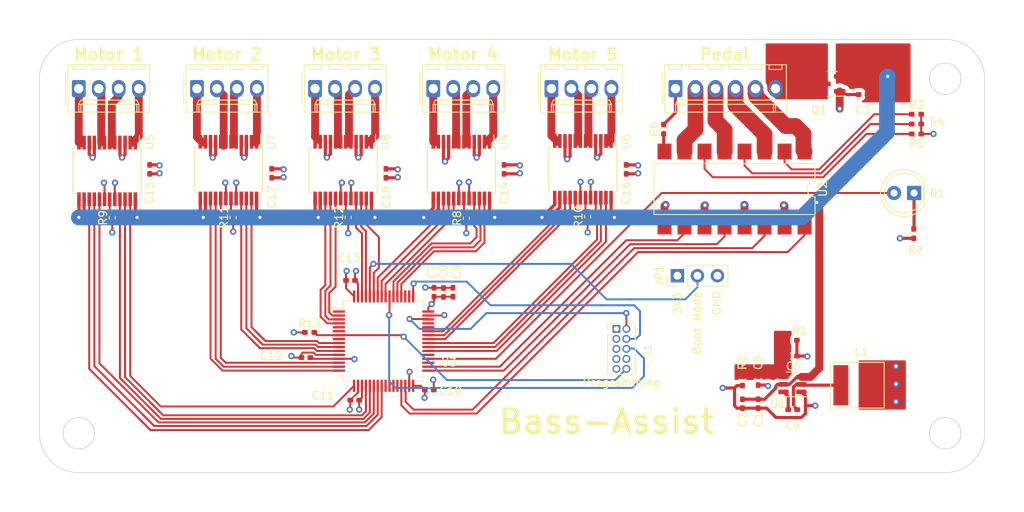
<source format=kicad_pcb>
(kicad_pcb (version 20210108) (generator pcbnew)
  (layers (0 "F.Cu" signal) (1 "In1.Cu" power "GND") (2 "In2.Cu" power "12V") (31 "B.Cu" signal) (35 "F.Paste" user) (37 "F.SilkS" user "F.Silkscreen") (39 "F.Mask" user) (44 "Edge.Cuts" user))
  (net 0 "")
  (net 1 "Net-(D1-Pad2)")
  (net 2 "+12V")
  (net 3 "GND")
  (net 4 "V_MOTOR")
  (net 5 "Net-(C4-Pad2)")
  (net 6 "Net-(C4-Pad1)")
  (net 7 "Net-(C5-Pad2)")
  (net 8 "+3V3")
  (net 9 "NRST")
  (net 10 "Net-(D1-Pad1)")
  (net 11 "Net-(J2-Pad2)")
  (net 12 "Net-(J2-Pad3)")
  (net 13 "Net-(J2-Pad4)")
  (net 14 "Net-(J2-Pad5)")
  (net 15 "PEDAL1")
  (net 16 "Net-(J3-Pad1)")
  (net 18 "PEDAL2")
  (net 19 "Net-(U5-Pad1)")
  (net 20 "Net-(U5-Pad5)")
  (net 21 "Net-(U5-Pad11)")
  (net 22 "Net-(J3-Pad2)")
  (net 23 "PEDAL3")
  (net 24 "PEDAL4")
  (net 27 "Net-(J3-Pad3)")
  (net 28 "Net-(J3-Pad4)")
  (net 29 "Net-(J6-Pad2)")
  (net 30 "Net-(J5-Pad1)")
  (net 31 "Net-(J5-Pad2)")
  (net 32 "Net-(J5-Pad3)")
  (net 33 "Net-(J7-Pad2)")
  (net 34 "Net-(J5-Pad4)")
  (net 35 "Net-(R3-Pad1)")
  (net 36 "Net-(R4-Pad1)")
  (net 37 "Net-(R5-Pad1)")
  (net 38 "Net-(R6-Pad1)")
  (net 39 "Net-(R8-Pad2)")
  (net 40 "Net-(R9-Pad2)")
  (net 41 "Net-(R10-Pad2)")
  (net 42 "Net-(R11-Pad2)")
  (net 43 "Net-(R12-Pad2)")
  (net 44 "Net-(J6-Pad1)")
  (net 46 "Net-(J6-Pad3)")
  (net 47 "Net-(J6-Pad4)")
  (net 48 "Net-(J7-Pad1)")
  (net 49 "M4_B1")
  (net 50 "M4_A2")
  (net 51 "M4_A1")
  (net 52 "M4_PWM_B")
  (net 53 "M4_PWM_A")
  (net 54 "SWO")
  (net 55 "M2_B2")
  (net 56 "M2_B1")
  (net 57 "M2_A2")
  (net 58 "SWCLK")
  (net 59 "SWDIO")
  (net 60 "USB_D+")
  (net 61 "USB_D-")
  (net 62 "Net-(U5-Pad7)")
  (net 63 "Net-(J7-Pad3)")
  (net 64 "M2_A1")
  (net 65 "M2_PWM_B")
  (net 66 "M2_PWM_A")
  (net 67 "M1_B2")
  (net 69 "Net-(J7-Pad4)")
  (net 70 "BOOT0")
  (net 71 "M4_B2")
  (net 75 "M1_B1")
  (net 76 "M1_A2")
  (net 77 "M3_B2")
  (net 78 "M3_B1")
  (net 79 "M3_A2")
  (net 80 "M3_A1")
  (net 81 "M3_PWM_B")
  (net 82 "M3_PWM_A")
  (net 83 "M1_A1")
  (net 84 "M1_PWM_B")
  (net 85 "M1_PWM_A")
  (net 87 "M5_PWM_A")
  (net 88 "M5_A2")
  (net 89 "M5_A1")
  (net 90 "M5_B1")
  (net 91 "M5_B2")
  (net 92 "M5_PWM_B")
  (footprint "Capacitor_SMD:C_0402_1005Metric_Pad0.74x0.62mm_HandSolder" (layer "F.Cu") (at 101.3 67.1325 90)
    (fp_text reference "C8")
    (fp_text value "1uF")
  )
  (footprint "Package_TO_SOT_SMD:SOT-23" (layer "F.Cu") (at 150.6625 40.65 180)
    (fp_text reference "Q1")
    (fp_text value "AO3401A")
  )
  (footprint "Resistor_SMD:R_0402_1005Metric_Pad0.72x0.64mm_HandSolder" (layer "F.Cu") (at 89.2 57.6025 90)
    (fp_text reference "R12")
    (fp_text value "10k")
  )
  (footprint "Resistor_SMD:R_0402_1005Metric_Pad0.72x0.64mm_HandSolder" (layer "F.Cu") (at 129.25 46.4025 90)
    (fp_text reference "R6")
    (fp_text value "2k")
  )
  (footprint "Capacitor_SMD:C_0402_1005Metric_Pad0.74x0.62mm_HandSolder" (layer "F.Cu") (at 141.25 81.25 -90)
    (fp_text reference "C1")
    (fp_text value "10uF")
  )
  (footprint "Capacitor_SMD:C_0402_1005Metric_Pad0.74x0.62mm_HandSolder" (layer "F.Cu") (at 99.5 79.5)
    (fp_text reference "C10")
    (fp_text value "0.1uF")
  )
  (footprint "Capacitor_SMD:C_0402_1005Metric_Pad0.74x0.62mm_HandSolder" (layer "F.Cu") (at 139.25 81.25 -90)
    (fp_text reference "C2")
    (fp_text value "0.1uF")
  )
  (footprint "Resistor_SMD:R_0402_1005Metric_Pad0.72x0.64mm_HandSolder" (layer "F.Cu") (at 84.3 72.2)
    (fp_text reference "R13")
    (fp_text value "10k")
  )
  (footprint "Capacitor_SMD:C_0402_1005Metric_Pad0.74x0.62mm_HandSolder" (layer "F.Cu") (at 145.6 75.2 180)
    (fp_text reference "C6")
    (fp_text value "22uF")
  )
  (footprint "Resistor_SMD:R_0402_1005Metric_Pad0.72x0.64mm_HandSolder" (layer "F.Cu") (at 161.3475 47)
    (fp_text reference "R5")
    (fp_text value "2k")
  )
  (footprint "Package_DIP:SMDIP-16_W9.53mm" (layer "F.Cu") (at 138.25 54 -90)
    (fp_text reference "U2")
    (fp_text value "LTV-847S")
  )
  (footprint "Resistor_SMD:R_0402_1005Metric_Pad0.72x0.64mm_HandSolder" (layer "F.Cu") (at 161 59.6525 90)
    (fp_text reference "R7")
    (fp_text value "1k")
  )
  (footprint "Resistor_SMD:R_0402_1005Metric_Pad0.72x0.64mm_HandSolder" (layer "F.Cu") (at 59.25 57.6525 90)
    (fp_text reference "R9")
    (fp_text value "10k")
  )
  (footprint "Capacitor_SMD:C_0402_1005Metric_Pad0.74x0.62mm_HandSolder" (layer "F.Cu") (at 100.1 67.1 90)
    (fp_text reference "C7")
    (fp_text value "0.1uF")
  )
  (footprint "Connector_Molex:Molex_KK-254_AE-6410-04A_1x04_P2.54mm_Vertical" (layer "F.Cu") (at 70 41.25)
    (fp_text reference "J6" hide)
    (fp_text value "Motor2")
  )
  (footprint "Package_SO:SSOP-24_5.3x8.2mm_P0.65mm" (layer "F.Cu") (at 103.575 51.6 -90)
    (fp_text reference "U4")
    (fp_text value "TB6612FNG")
  )
  (footprint "Capacitor_SMD:C_0402_1005Metric_Pad0.74x0.62mm_HandSolder" (layer "F.Cu") (at 94 52 90)
    (fp_text reference "C18")
    (fp_text value "10uF")
  )
  (footprint "Connector_Molex:Molex_KK-254_AE-6410-04A_1x04_P2.54mm_Vertical" (layer "F.Cu") (at 55 41.25)
    (fp_text reference "J4" hide)
    (fp_text value "Motor1")
  )
  (footprint "Capacitor_SMD:C_0402_1005Metric_Pad0.74x0.62mm_HandSolder" (layer "F.Cu") (at 89.5 65.6)
    (fp_text reference "C13")
    (fp_text value "0.1uF")
  )
  (footprint "Resistor_SMD:R_0402_1005Metric_Pad0.72x0.64mm_HandSolder" (layer "F.Cu") (at 74.6 57.6025 90)
    (fp_text reference "R11")
    (fp_text value "10k")
  )
  (footprint "Resistor_SMD:R_0402_1005Metric_Pad0.72x0.64mm_HandSolder" (layer "F.Cu") (at 119.6 57.5025 90)
    (fp_text reference "R10")
    (fp_text value "10k")
  )
  (footprint "Capacitor_SMD:C_0402_1005Metric_Pad0.74x0.62mm_HandSolder" (layer "F.Cu") (at 79.5 52 90)
    (fp_text reference "C17")
    (fp_text value "10uF")
  )
  (footprint "Connector_Molex:Molex_KK-254_AE-6410-04A_1x04_P2.54mm_Vertical" (layer "F.Cu") (at 115 41.25)
    (fp_text reference "J5" hide)
    (fp_text value "Motor5")
  )
  (footprint "Capacitor_SMD:C_0402_1005Metric_Pad0.74x0.62mm_HandSolder" (layer "F.Cu") (at 154.5675 42 180)
    (fp_text reference "C3")
    (fp_text value "10uF")
  )
  (footprint "Package_SO:SSOP-24_5.3x8.2mm_P0.65mm" (layer "F.Cu") (at 74 51.6 -90)
    (fp_text reference "U7")
    (fp_text value "TB6612FNG")
  )
  (footprint "Capacitor_SMD:C_0402_1005Metric_Pad0.74x0.62mm_HandSolder" (layer "F.Cu") (at 141.25 78.3175 90)
    (fp_text reference "C5")
    (fp_text value "22pF")
  )
  (footprint "Package_TO_SOT_SMD:SOT-23-6" (layer "F.Cu") (at 145.6 78.8 180)
    (fp_text reference "U1")
    (fp_text value "TPS562200")
  )
  (footprint "Capacitor_SMD:C_0402_1005Metric_Pad0.74x0.62mm_HandSolder" (layer "F.Cu") (at 145.6325 82 180)
    (fp_text reference "C4")
    (fp_text value "0.1uF")
  )
  (footprint "Package_SO:SSOP-24_5.3x8.2mm_P0.65mm" (layer "F.Cu") (at 88.575 51.6 -90)
    (fp_text reference "U8")
    (fp_text value "TB6612FNG")
  )
  (footprint "Resistor_SMD:R_0402_1005Metric_Pad0.72x0.64mm_HandSolder" (layer "F.Cu") (at 104.2 57.7025 90)
    (fp_text reference "R8")
    (fp_text value "10k")
  )
  (footprint "Connector_PinHeader_1.27mm:PinHeader_2x05_P1.27mm_Vertical" (layer "F.Cu") (at 123.25 71.75)
    (fp_text reference "J1")
    (fp_text value "Programming")
  )
  (footprint "Capacitor_SMD:C_0402_1005Metric_Pad0.74x0.62mm_HandSolder" (layer "F.Cu") (at 109 51.5 90)
    (fp_text reference "C14")
    (fp_text value "10uF")
  )
  (footprint "Connector_Molex:Molex_KK-254_AE-6410-04A_1x04_P2.54mm_Vertical" (layer "F.Cu") (at 100 41.25)
    (fp_text reference "J3" hide)
    (fp_text value "Motor4")
  )
  (footprint "Capacitor_SMD:C_0402_1005Metric_Pad0.74x0.62mm_HandSolder" (layer "F.Cu") (at 90.0325 80.8 180)
    (fp_text reference "C11")
    (fp_text value "0.1uF")
  )
  (footprint "Package_SO:SSOP-24_5.3x8.2mm_P0.65mm" (layer "F.Cu") (at 58.6 51.7 -90)
    (fp_text reference "U5")
    (fp_text value "TB6612FNG")
  )
  (footprint "Connector_Molex:Molex_KK-254_AE-6410-06A_1x06_P2.54mm_Vertical" (layer "F.Cu") (at 130.75 41.25)
    (fp_text reference "J2" hide)
    (fp_text value "FP")
  )
  (footprint "Package_SO:SSOP-24_5.3x8.2mm_P0.65mm" (layer "F.Cu") (at 119 51.5 -90)
    (fp_text reference "U6")
    (fp_text value "TB6612FNG")
  )
  (footprint "Resistor_SMD:R_0402_1005Metric_Pad0.72x0.64mm_HandSolder" (layer "F.Cu") (at 145.57 73.2 180)
    (fp_text reference "R1")
    (fp_text value "30.9k")
  )
  (footprint "Resistor_SMD:R_0402_1005Metric_Pad0.72x0.64mm_HandSolder" (layer "F.Cu") (at 161.3475 45.75)
    (fp_text reference "R4")
    (fp_text value "2k")
  )
  (footprint "Connector_Molex:Molex_KK-254_AE-6410-04A_1x04_P2.54mm_Vertical" (layer "F.Cu") (at 85 41.25)
    (fp_text reference "J7" hide)
    (fp_text value "Motor3")
  )
  (footprint "Connector_PinHeader_2.54mm:PinHeader_1x03_P2.54mm_Vertical" (layer "F.Cu") (at 131 65 90)
    (fp_text reference "JP1")
    (fp_text value "Boot Mode")
  )
  (footprint "Resistor_SMD:R_0402_1005Metric_Pad0.72x0.64mm_HandSolder" (layer "F.Cu") (at 161.3475 44.5)
    (fp_text reference "R3")
    (fp_text value "2k")
  )
  (footprint "Capacitor_SMD:C_0402_1005Metric_Pad0.74x0.62mm_HandSolder" (layer "F.Cu") (at 102.5 67.1 90)
    (fp_text reference "C9")
    (fp_text value "4.7uF")
  )
  (footprint "Footprints:VLS6045AF" (layer "F.Cu") (at 151.75 78.9)
    (fp_text reference "L1")
    (fp_text value "3.3uH")
  )
  (footprint "Package_QFP:LQFP-64_10x10mm_P0.5mm" (layer "F.Cu") (at 93.7 73.3)
    (fp_text reference "U3")
    (fp_text value "STM32F103R4Tx")
  )
  (footprint "Capacitor_SMD:C_0402_1005Metric_Pad0.74x0.62mm_HandSolder" (layer "F.Cu") (at 83.8325 75.4 180)
    (fp_text reference "C12")
    (fp_text value "0.1uF")
  )
  (footprint "LED_THT:LED_D5.0mm" (layer "F.Cu") (at 161.04 54.5 180)
    (fp_text reference "D1")
    (fp_text value "FP Indicator")
  )
  (footprint "Capacitor_SMD:C_0402_1005Metric_Pad0.74x0.62mm_HandSolder" (layer "F.Cu") (at 64 51.5 90)
    (fp_text reference "C15")
    (fp_text value "10uF")
  )
  (footprint "Capacitor_SMD:C_0402_1005Metric_Pad0.74x0.62mm_HandSolder" (layer "F.Cu") (at 124.5 51.5 90)
    (fp_text reference "C16")
    (fp_text value "10uF")
  )
  (footprint "Resistor_SMD:R_0402_1005Metric_Pad0.72x0.64mm_HandSolder" (layer "F.Cu") (at 139.25 78.3475 -90)
    (fp_text reference "R2")
    (fp_text value "10k")
  )
  (gr_arc (start 165 40) (end 165 35) (angle 90) (layer "Edge.Cuts") (width 0.1))
  (gr_arc (start 165 85) (end 170 85) (angle 90) (layer "Edge.Cuts") (width 0.1))
  (gr_circle (center 165 85) (end 167 85) (layer "Edge.Cuts") (width 0.1) (fill none))
  (gr_line (start 165 90) (end 55 90) (layer "Edge.Cuts") (width 0.1))
  (gr_arc (start 55 40) (end 50 40) (angle 90) (layer "Edge.Cuts") (width 0.1))
  (gr_circle (center 165 40) (end 167 40) (layer "Edge.Cuts") (width 0.1) (fill none))
  (gr_line (start 55 35) (end 165 35) (layer "Edge.Cuts") (width 0.1))
  (gr_line (start 170 40) (end 170 85) (layer "Edge.Cuts") (width 0.1))
  (gr_line (start 50 85) (end 50 40) (layer "Edge.Cuts") (width 0.1))
  (gr_circle (center 55 85) (end 57 85) (layer "Edge.Cuts") (width 0.1) (fill none))
  (gr_arc (start 55 85) (end 55 90) (angle 90) (layer "Edge.Cuts") (width 0.1))
  (gr_text "Pedal" (at 137 36.9) (layer "F.SilkS") (effects (font (size 1.5 1.5) (thickness 0.3))))
  (gr_text "Motor 2" (at 73.8 36.9) (layer "F.SilkS") (effects (font (size 1.5 1.5) (thickness 0.3))))
  (gr_text "Motor 1" (at 58.8 36.9) (layer "F.SilkS") (effects (font (size 1.5 1.5) (thickness 0.3))))
  (gr_text "3V3" (at 131 68.5 90) (layer "F.SilkS") (effects (font (size 1 1))))
  (gr_text "GND" (at 136 68.5 90) (layer "F.SilkS") (effects (font (size 1 1))))
  (gr_text "Motor 3" (at 88.9 36.9) (layer "F.SilkS") (effects (font (size 1.5 1.5) (thickness 0.3))))
  (gr_text "Motor 4" (at 103.8 36.9) (layer "F.SilkS") (effects (font (size 1.5 1.5) (thickness 0.3))))
  (gr_text "Bass-Assist" (at 122 83.5) (layer "F.SilkS") (effects (font (size 3 3) (thickness 0.5))))
  (gr_text "Motor 5" (at 119 36.9) (layer "F.SilkS") (effects (font (size 1.5 1.5) (thickness 0.3))))
  (segment (start 129 54.5) (end 158.5 54.5) (width 0.25) (layer "F.Cu") (net 1))
  (segment (start 107.95 75.55) (end 129 54.5) (width 0.25) (layer "F.Cu") (net 1))
  (segment (start 99.375 75.55) (end 107.95 75.55) (width 0.25) (layer "F.Cu") (net 1))
  (segment (start 143.6 40.65) (end 143.45 40.5) (width 2) (layer "F.Cu") (net 2))
  (segment (start 72.375 49.625) (end 72 50) (width 0.4) (layer "F.Cu") (net 3))
  (segment (start 138.5675 81.8175) (end 139.25 81.8175) (width 0.4) (layer "F.Cu") (net 3))
  (segment (start 82.2 75.4) (end 82 75.2) (width 0.25) (layer "F.Cu") (net 3))
  (segment (start 161.945 44.5) (end 161.945 47) (width 0.25) (layer "F.Cu") (net 3))
  (segment (start 71.725 48) (end 71.725 49.725) (width 0.4) (layer "F.Cu") (net 3))
  (segment (start 90.2 48) (end 90.2 49.7) (width 0.4) (layer "F.Cu") (net 3))
  (segment (start 138.555 78.945) (end 138.25 79.25) (width 0.4) (layer "F.Cu") (net 3))
  (segment (start 88.25 55.2) (end 88.25 53.35) (width 0.25) (layer "F.Cu") (net 3))
  (segment (start 99.0325 66.5325) (end 99 66.5) (width 0.25) (layer "F.Cu") (net 3))
  (segment (start 56.325 49.575) (end 56.75 50) (width 0.4) (layer "F.Cu") (net 3))
  (segment (start 86.95 49.55) (end 86.5 50) (width 0.4) (layer "F.Cu") (net 3))
  (segment (start 154 42) (end 152 42) (width 0.4) (layer "F.Cu") (net 3))
  (segment (start 90.85 49.65) (end 90.5 50) (width 0.4) (layer "F.Cu") (net 3))
  (segment (start 124.5 50.9325) (end 125.9325 50.9325) (width 0.4) (layer "F.Cu") (net 3))
  (segment (start 118.675 55.1) (end 118.675 53.125) (width 0.25) (layer "F.Cu") (net 3))
  (segment (start 83.265 75.4) (end 82.2 75.4) (width 0.25) (layer "F.Cu") (net 3))
  (segment (start 143.5 83) (end 146.75 83) (width 0.4) (layer "F.Cu") (net 3))
  (segment (start 118.675 53.125) (end 118.7 53.1) (width 0.25) (layer "F.Cu") (net 3))
  (segment (start 88.025 75.05) (end 85.096352 75.05) (width 0.25) (layer "F.Cu") (net 3))
  (segment (start 100.0675 79.5) (end 100.0675 78.2675) (width 0.25) (layer "F.Cu") (net 3))
  (segment (start 101.3 48) (end 101.3 50.3) (width 0.4) (layer "F.Cu") (net 3))
  (segment (start 76.275 48) (end 76.275 49.725) (width 0.4) (layer "F.Cu") (net 3))
  (segment (start 151.6 41.6) (end 151.6 43.8) (width 1) (layer "F.Cu") (net 3))
  (segment (start 147.25 80.2625) (end 146.7375 79.75) (width 0.4) (layer "F.Cu") (net 3))
  (segment (start 110.9325 50.9325) (end 111 51) (width 0.4) (layer "F.Cu") (net 3))
  (segment (start 60.225 49.725) (end 60.5 50) (width 0.4) (layer "F.Cu") (net 3))
  (segment (start 161.945 47) (end 163.5 47) (width 0.25) (layer "F.Cu") (net 3))
  (segment (start 116.725 49.925) (end 117 50.2) (width 0.4) (layer "F.Cu") (net 3))
  (segment (start 72.375 48) (end 72.375 49.625) (width 0.4) (layer "F.Cu") (net 3))
  (segment (start 121.275 49.525) (end 120.8 50) (width 0.4) (layer "F.Cu") (net 3))
  (segment (start 120.625 49.825) (end 120.8 50) (width 0.4) (layer "F.Cu") (net 3))
  (segment (start 56.975 49.775) (end 56.75 50) (width 0.4) (layer "F.Cu") (net 3))
  (segment (start 65.1825 50.9325) (end 65.25 51) (width 0.4) (layer "F.Cu") (net 3))
  (segment (start 138.25 79.25) (end 136.75 79.25) (width 0.4) (layer "F.Cu") (net 3))
  (segment (start 147.25 82.5) (end 147.25 81.5) (width 0.4) (layer "F.Cu") (net 3))
  (segment (start 89.465 80.8) (end 89.465 81.935) (width 0.25) (layer "F.Cu") (net 3))
  (segment (start 56.975 48.1) (end 56.975 49.775) (width 0.4) (layer "F.Cu") (net 3))
  (segment (start 121.275 47.9) (end 121.275 49.525) (width 0.4) (layer "F.Cu") (net 3))
  (segment (start 90.0675 64.5325) (end 90.2 64.4) (width 0.25) (layer "F.Cu") (net 3))
  (segment (start 60.225 48.1) (end 60.225 49.725) (width 0.4) (layer "F.Cu") (net 3))
  (segment (start 76.275 49.725) (end 76 50) (width 0.4) (layer "F.Cu") (net 3))
  (segment (start 85.096352 75.05) (end 84.811332 74.76498) (width 0.25) (layer "F.Cu") (net 3))
  (segment (start 152 42) (end 151.6 41.6) (width 0.4) (layer "F.Cu") (net 3))
  (segment (start 90.2 49.7) (end 90.5 50) (width 0.4) (layer "F.Cu") (net 3))
  (segment (start 79.5 51.4325) (end 80.9325 51.4325) (width 0.4) (layer "F.Cu") (net 3))
  (segment (start 101.95 48) (end 101.95 50.05) (width 0.4) (layer "F.Cu") (net 3))
  (segment (start 90.45 78.975) (end 90.45 79.815) (width 0.25) (layer "F.Cu") (net 3))
  (segment (start 129.36 56.14) (end 129.5 56) (width 1) (layer "F.Cu") (net 3))
  (segment (start 142.3175 81.8175) (end 143.5 83) (width 0.4) (layer "F.Cu") (net 3))
  (segment (start 105.85 48) (end 105.85 49.65) (width 0.4) (layer "F.Cu") (net 3))
  (segment (start 86.95 48) (end 86.95 49.55) (width 0.4) (layer "F.Cu") (net 3))
  (segment (start 90.45 79.815) (end 89.465 80.8) (width 0.25) (layer "F.Cu") (net 3))
  (segment (start 96.95 78.975) (end 96.95 77.25) (width 0.25) (layer "F.Cu") (net 3))
  (segment (start 60.875 48.1) (end 60.875 49.625) (width 0.4) (layer "F.Cu") (net 3))
  (segment (start 129.36 58.765) (end 129.36 56.14) (width 1) (layer "F.Cu") (net 3))
  (segment (start 95.4325 51.4325) (end 95.5 51.5) (width 0.4) (layer "F.Cu") (net 3))
  (segment (start 56.325 48.1) (end 56.325 49.575) (width 0.4) (layer "F.Cu") (net 3))
  (segment (start 100.0675 78.2675) (end 100 78.2) (width 0.25) (layer "F.Cu") (net 3))
  (segment (start 75.625 48) (end 75.625 49.625) (width 0.4) (layer "F.Cu") (net 3))
  (segment (start 105.2 48) (end 105.2 49.7) (width 0.4) (layer "F.Cu") (net 3))
  (segment (start 80.9325 51.4325) (end 81 51.5) (width 0.4) (layer "F.Cu") (net 3))
  (segment (start 90.0675 65.6) (end 90.0675 64.5325) (width 0.25) (layer "F.Cu") (net 3))
  (segment (start 139.52 58.765) (end 139.52 56.02) (width 1) (layer "F.Cu") (net 3))
  (segment (start 60.875 49.625) (end 60.5 50) (width 0.4) (layer "F.Cu") (net 3))
  (segment (start 90.0675 65.6) (end 90.45 65.9825) (width 0.25) (layer "F.Cu") (net 3))
  (segment (start 125.9325 50.9325) (end 126 51) (width 0.4) (layer "F.Cu") (net 3))
  (segment (start 139.25 81.8175) (end 141.25 81.8175) (width 0.4) (layer "F.Cu") (net 3))
  (segment (start 101.95 50.05) (end 101.5 50.5) (width 0.4) (layer "F.Cu") (net 3))
  (segment (start 161 60.25) (end 159.25 60.25) (width 0.4) (layer "F.Cu") (net 3))
  (segment (start 101.35 70.05) (end 101.4 70) (width 0.25) (layer "F.Cu") (net 3))
  (segment (start 83.43502 74.76498) (end 83.265 74.935) (width 0.25) (layer "F.Cu") (net 3))
  (segment (start 84.811332 74.76498) (end 83.43502 74.76498) (width 0.25) (layer "F.Cu") (net 3))
  (segment (start 146.75 83) (end 147.25 82.5) (width 0.4) (layer "F.Cu") (net 3))
  (segment (start 90.85 48) (end 90.85 49.65) (width 0.4) (layer "F.Cu") (net 3))
  (segment (start 117.375 49.825) (end 117 50.2) (width 0.4) (layer "F.Cu") (net 3))
  (segment (start 58.275 53.275) (end 58.2 53.2) (width 0.25) (layer "F.Cu") (net 3))
  (segment (start 99.375 70.05) (end 101.35 70.05) (width 0.25) (layer "F.Cu") (net 3))
  (segment (start 64 50.9325) (end 65.1825 50.9325) (width 0.4) (layer "F.Cu") (net 3))
  (segment (start 103.25 53.25) (end 103.3 53.2) (width 0.25) (layer "F.Cu") (net 3))
  (segment (start 147.25 81.5) (end 147.25 80.2625) (width 0.4) (layer "F.Cu") (net 3))
  (segment (start 103.25 55.2) (end 103.25 53.25) (width 0.25) (layer "F.Cu") (net 3))
  (segment (start 105.2 49.7) (end 105.5 50) (width 0.4) (layer "F.Cu") (net 3))
  (segment (start 144.6 58.765) (end 144.6 56.15) (width 1) (layer "F.Cu") (net 3))
  (segment (start 109 50.9325) (end 110.9325 50.9325) (width 0.4) (layer "F.Cu") (net 3))
  (segment (start 102.5 66.5325) (end 100.1 66.5325) (width 0.25) (layer "F.Cu") (net 3))
  (segment (start 90.45 65.9825) (end 90.45 67.625) (width 0.25) (layer "F.Cu") (net 3))
  (segment (start 120.625 47.9) (end 120.625 49.825) (width 0.4) (layer "F.Cu") (net 3))
  (segment (start 73.675 55.2) (end 73.675 53.275) (width 0.25) (layer "F.Cu") (net 3))
  (segment (start 86.3 49.8) (end 86.5 50) (width 0.4) (layer "F.Cu") (net 3))
  (segment (start 139.52 56.02) (end 139.5 56) (width 1) (layer "F.Cu") (net 3))
  (segment (start 94 51.4325) (end 95.4325 51.4325) (width 0.4) (layer "F.Cu") (net 3))
  (segment (start 130.75 44.305) (end 129.25 45.805) (width 0.4) (layer "F.Cu") (net 3))
  (segment (start 139.25 78.945) (end 138.555 78.945) (width 0.4) (layer "F.Cu") (net 3))
  (segment (start 134.44 58.765) (end 134.44 58.24498) (width 1) (layer "F.Cu") (net 3))
  (segment (start 138.25 79.25) (end 138.25 81.5) (width 0.4) (layer "F.Cu") (net 3))
  (segment (start 73.675 53.275) (end 73.6 53.2) (width 0.25) (layer "F.Cu") (net 3))
  (segment (start 96.95 77.25) (end 97 77.2) (width 0.25) (layer "F.Cu") (net 3))
  (segment (start 144.6 56.15) (end 144.5 56.05) (width 1) (layer "F.Cu") (net 3))
  (segment (start 88.25 53.35) (end 88.4 53.2) (width 0.25) (layer "F.Cu") (net 3))
  (segment (start 100.1 66.5325) (end 99.0325 66.5325) (width 0.25) (layer "F.Cu") (net 3))
  (segment (start 116.725 47.9) (end 116.725 49.925) (width 0.4) (layer "F.Cu") (net 3))
  (segment (start 134.44 58.765) (end 134.44 56.11) (width 1) (layer "F.Cu") (net 3))
  (segment (start 89.465 81.935) (end 89.4 82) (width 0.25) (layer "F.Cu") (net 3))
  (segment (start 86.3 48) (end 86.3 49.8) (width 0.4) (layer "F.Cu") (net 3))
  (segment (start 101.3 50.3) (end 101.5 50.5) (width 0.4) (layer "F.Cu") (net 3))
  (segment (start 147.25 81.5) (end 148.5 81.5) (width 0.4) (layer "F.Cu") (net 3))
  (segment (start 130.75 41.25) (end 130.75 44.305) (width 0.4) (layer "F.Cu") (net 3))
  (segment (start 105.85 49.65) (end 105.5 50) (width 0.4) (layer "F.Cu") (net 3))
  (segment (start 71.725 49.725) (end 72 50) (width 0.4) (layer "F.Cu") (net 3))
  (segment (start 141.25 81.8175) (end 142.3175 81.8175) (width 0.4) (layer "F.Cu") (net 3))
  (segment (start 138.25 81.5) (end 138.5675 81.8175) (width 0.4) (layer "F.Cu") (net 3))
  (segment (start 83.265 74.935) (end 83.265 75.4) (width 0.25) (layer "F.Cu") (net 3))
  (segment (start 75.625 49.625) (end 76 50) (width 0.4) (layer "F.Cu") (net 3))
  (segment (start 117.375 47.9) (end 117.375 49.825) (width 0.4) (layer "F.Cu") (net 3))
  (segment (start 58.275 55.3) (end 58.275 53.275) (width 0.25) (layer "F.Cu") (net 3))
  (segment (start 134.44 56.11) (end 134.5 56.05) (width 1) (layer "F.Cu") (net 3))
  (via (at 76 50) (size 0.8) (drill 0.4) (layers "F.Cu" "B.Cu") (net 3))
  (via (at 136.75 79.25) (size 0.8) (drill 0.4) (layers "F.Cu" "B.Cu") (net 3))
  (via (at 90.2 64.4) (size 0.8) (drill 0.4) (layers "F.Cu" "B.Cu") (net 3))
  (via (at 95.5 51.5) (size 0.8) (drill 0.4) (layers "F.Cu" "B.Cu") (net 3))
  (via (at 129.5 56) (size 0.8) (drill 0.4) (layers "F.Cu" "B.Cu") (net 3))
  (via (at 151.6 43.8) (size 0.8) (drill 0.4) (layers "F.Cu" "B.Cu") (net 3))
  (via (at 86.5 50) (size 0.8) (drill 0.4) (layers "F.Cu" "B.Cu") (net 3))
  (via (at 118.7 53.1) (size 0.8) (drill 0.4) (layers "F.Cu" "B.Cu") (net 3))
  (via (at 105.5 50) (size 0.8) (drill 0.4) (layers "F.Cu" "B.Cu") (net 3))
  (via (at 159.25 60.25) (size 0.8) (drill 0.4) (layers "F.Cu" "B.Cu") (net 3))
  (via (at 111 51) (size 0.8) (drill 0.4) (layers "F.Cu" "B.Cu") (net 3))
  (via (at 101.5 50.5) (size 0.8) (drill 0.4) (layers "F.Cu" "B.Cu") (net 3))
  (via (at 101.4 70) (size 0.8) (drill 0.4) (layers "F.Cu" "B.Cu") (net 3))
  (via (at 81 51.5) (size 0.8) (drill 0.4) (layers "F.Cu" "B.Cu") (net 3))
  (via (at 72 50) (size 0.8) (drill 0.4) (layers "F.Cu" "B.Cu") (net 3))
  (via (at 88.4 53.2) (size 0.8) (drill 0.4) (layers "F.Cu" "B.Cu") (net 3))
  (via (at 73.6 53.2) (size 0.8) (drill 0.4) (layers "F.Cu" "B.Cu") (net 3))
  (via (at 56.75 50) (size 0.8) (drill 0.4) (layers "F.Cu" "B.Cu") (net 3))
  (via (at 100 78.2) (size 0.8) (drill 0.4) (layers "F.Cu" "B.Cu") (net 3))
  (via (at 120.8 50) (size 0.8) (drill 0.4) (layers "F.Cu" "B.Cu") (net 3))
  (via (at 163.5 47) (size 0.8) (drill 0.4) (layers "F.Cu" "B.Cu") (net 3))
  (via (at 144.5 56.05) (size 0.8) (drill 0.4) (layers "F.Cu" "B.Cu") (net 3))
  (via (at 117 50.2) (size 0.8) (drill 0.4) (layers "F.Cu" "B.Cu") (net 3))
  (via (at 90.5 50) (size 0.8) (drill 0.4) (layers "F.Cu" "B.Cu") (net 3))
  (via (at 99 66.5) (size 0.8) (drill 0.4) (layers "F.Cu" "B.Cu") (net 3))
  (via (at 58.2 53.2) (size 0.8) (drill 0.4) (layers "F.Cu" "B.Cu") (net 3))
  (via (at 82 75.2) (size 0.8) (drill 0.4) (layers "F.Cu" "B.Cu") (net 3))
  (via (at 89.4 82) (size 0.8) (drill 0.4) (layers "F.Cu" "B.Cu") (net 3))
  (via (at 103.3 53.2) (size 0.8) (drill 0.4) (layers "F.Cu" "B.Cu") (net 3))
  (via (at 126 51) (size 0.8) (drill 0.4) (layers "F.Cu" "B.Cu") (net 3))
  (via (at 65.25 51) (size 0.8) (drill 0.4) (layers "F.Cu" "B.Cu") (net 3))
  (via (at 134.5 56.05) (size 0.8) (drill 0.4) (layers "F.Cu" "B.Cu") (net 3))
  (via (at 148.5 81.5) (size 0.8) (drill 0.4) (layers "F.Cu" "B.Cu") (net 3))
  (via (at 139.5 56) (size 0.8) (drill 0.4) (layers "F.Cu" "B.Cu") (net 3))
  (via (at 97 77.2) (size 0.8) (drill 0.4) (layers "F.Cu" "B.Cu") (net 3))
  (via (at 60.5 50) (size 0.8) (drill 0.4) (layers "F.Cu" "B.Cu") (net 3))
  (segment (start 85.65 57.35) (end 85.4 57.6) (width 0.4) (layer "F.Cu") (net 4))
  (segment (start 92.15 55.2) (end 92.15 57.15) (width 0.4) (layer "F.Cu") (net 4))
  (segment (start 114.8 57.6) (end 113.8 57.6) (width 0.4) (layer "F.Cu") (net 4))
  (segment (start 146.176444 77.85) (end 146.7375 77.85) (width 0.4) (layer "F.Cu") (net 4))
  (segment (start 99.6 57.6) (end 98.8 57.6) (width 0.4) (layer "F.Cu") (net 4))
  (segment (start 147.9 77.85) (end 149 76.75) (width 1) (layer "F.Cu") (net 4))
  (segment (start 71.075 55.2) (end 71.075 57.325) (width 0.4) (layer "F.Cu") (net 4))
  (segment (start 145.226444 78.8) (end 146.176444 77.85) (width 0.4) (layer "F.Cu") (net 4))
  (segment (start 55.025 55.3) (end 55.025 57.575) (width 0.4) (layer "F.Cu") (net 4))
  (segment (start 143.7 78.8) (end 144.4625 78.8) (width 0.4) (layer "F.Cu") (net 4))
  (segment (start 100.65 55.2) (end 100.65 56.55) (width 0.4) (layer "F.Cu") (net 4))
  (segment (start 107.15 56.95) (end 107.8 57.6) (width 0.4) (layer "F.Cu") (net 4))
  (segment (start 85 57.2) (end 85.4 57.6) (width 0.4) (layer "F.Cu") (net 4))
  (segment (start 62.175 55.3) (end 62.175 57.375) (width 0.4) (layer "F.Cu") (net 4))
  (segment (start 115.425 55.975) (end 113.8 57.6) (width 0.4) (layer "F.Cu") (net 4))
  (segment (start 62.175 57.375) (end 62.4 57.6) (width 0.4) (layer "F.Cu") (net 4))
  (segment (start 141.25 80.6825) (end 142.0675 80.6825) (width 0.4) (layer "F.Cu") (net 4))
  (segment (start 149 56) (end 148.7 55.7) (width 1) (layer "F.Cu") (net 4))
  (segment (start 115.425 55.1) (end 115.425 55.975) (width 0.4) (layer "F.Cu") (net 4))
  (segment (start 55.675 55.3) (end 55.675 56.925) (width 0.4) (layer "F.Cu") (net 4))
  (segment (start 139.25 80.6825) (end 141.25 80.6825) (width 0.4) (layer "F.Cu") (net 4))
  (segment (start 77.575 57.175) (end 78 57.6) (width 0.4) (layer "F.Cu") (net 4))
  (segment (start 116.075 55.1) (end 116.075 56.325) (width 0.4) (layer "F.Cu") (net 4))
  (segment (start 143.5 79) (end 143.7 78.8) (width 0.4) (layer "F.Cu") (net 4))
  (segment (start 143.5 79.25) (end 143.5 79) (width 0.4) (layer "F.Cu") (net 4))
  (segment (start 149 76.75) (end 149 56) (width 1) (layer "F.Cu") (net 4))
  (segment (start 55.675 56.925) (end 55 57.6) (width 0.4) (layer "F.Cu") (net 4))
  (segment (start 100 55.2) (end 100 56.4) (width 0.4) (layer "F.Cu") (net 4))
  (segment (start 85 55.2) (end 85 57.2) (width 0.4) (layer "F.Cu") (net 4))
  (segment (start 77.575 55.2) (end 77.575 57.175) (width 0.4) (layer "F.Cu") (net 4))
  (segment (start 142.0675 80.6825) (end 143.5 79.25) (width 0.4) (layer "F.Cu") (net 4))
  (segment (start 144.4625 78.8) (end 145.226444 78.8) (width 0.4) (layer "F.Cu") (net 4))
  (segment (start 85.65 55.2) (end 85.65 57.35) (width 0.4) (layer "F.Cu") (net 4))
  (segment (start 146.7375 77.85) (end 147.9 77.85) (width 1) (layer "F.Cu") (net 4))
  (segment (start 107.15 55.2) (end 107.15 56.95) (width 0.4) (layer "F.Cu") (net 4))
  (segment (start 55.025 57.575) (end 55 57.6) (width 0.4) (layer "F.Cu") (net 4))
  (segment (start 116.075 56.325) (end 114.8 57.6) (width 0.4) (layer "F.Cu") (net 4))
  (segment (start 70.425 55.2) (end 70.425 57.225) (width 0.4) (layer "F.Cu") (net 4))
  (segment (start 100.65 56.55) (end 99.6 57.6) (width 0.4) (layer "F.Cu") (net 4))
  (segment (start 70.425 57.225) (end 70.8 57.6) (width 0.4) (layer "F.Cu") (net 4))
  (segment (start 71.075 57.325) (end 70.8 57.6) (width 0.4) (layer "F.Cu") (net 4))
  (segment (start 100 56.4) (end 98.8 57.6) (width 0.4) (layer "F.Cu") (net 4))
  (segment (start 122.575 55.1) (end 122.575 57.175) (width 0.4) (layer "F.Cu") (net 4))
  (segment (start 122.575 57.175) (end 123 57.6) (width 0.4) (layer "F.Cu") (net 4))
  (segment (start 92.15 57.15) (end 92.6 57.6) (width 0.4) (layer "F.Cu") (net 4))
  (via (at 107.8 57.6) (size 0.8) (drill 0.4) (layers "F.Cu" "B.Cu") (net 4))
  (via (at 98.8 57.6) (size 0.8) (drill 0.4) (layers "F.Cu" "B.Cu") (net 4))
  (via (at 113.8 57.6) (size 0.8) (drill 0.4) (layers "F.Cu" "B.Cu") (net 4))
  (via (at 55 57.6) (size 0.8) (drill 0.4) (layers "F.Cu" "B.Cu") (net 4))
  (via (at 78 57.6) (size 0.8) (drill 0.4) (layers "F.Cu" "B.Cu") (net 4))
  (via (at 92.6 57.6) (size 0.8) (drill 0.4) (layers "F.Cu" "B.Cu") (net 4))
  (via (at 62.4 57.6) (size 0.8) (drill 0.4) (layers "F.Cu" "B.Cu") (net 4))
  (via (at 123 57.6) (size 0.8) (drill 0.4) (layers "F.Cu" "B.Cu") (net 4))
  (via (at 148.7 55.7) (size 0.8) (drill 0.4) (layers "F.Cu" "B.Cu") (net 4))
  (via (at 85.4 57.6) (size 0.8) (drill 0.4) (layers "F.Cu" "B.Cu") (net 4))
  (via (at 157.7 39.7) (size 0.8) (drill 0.4) (layers "F.Cu" "B.Cu") (net 4))
  (via (at 70.8 57.6) (size 0.8) (drill 0.4) (layers "F.Cu" "B.Cu") (net 4))
  (segment (start 98.8 57.6) (end 107.8 57.6) (width 2) (layer "B.Cu") (net 4))
  (segment (start 55 57.6) (end 62.4 57.6) (width 2) (layer "B.Cu") (net 4))
  (segment (start 148.7 55.7) (end 157.6 46.8) (width 2) (layer "B.Cu") (net 4))
  (segment (start 157.6 46.8) (end 157.6 39.8) (width 2) (layer "B.Cu") (net 4))
  (segment (start 85.4 57.6) (end 92.6 57.6) (width 2) (layer "B.Cu") (net 4))
  (segment (start 92.6 57.6) (end 98.8 57.6) (width 2) (layer "B.Cu") (net 4))
  (segment (start 157.6 39.8) (end 157.7 39.7) (width 2) (layer "B.Cu") (net 4))
  (segment (start 78 57.6) (end 85.4 57.6) (width 2) (layer "B.Cu") (net 4))
  (segment (start 146.8 57.6) (end 148.7 55.7) (width 2) (layer "B.Cu") (net 4))
  (segment (start 113.8 57.6) (end 123 57.6) (width 2) (layer "B.Cu") (net 4))
  (segment (start 107.8 57.6) (end 113.8 57.6) (width 2) (layer "B.Cu") (net 4))
  (segment (start 123 57.6) (end 146.8 57.6) (width 2) (layer "B.Cu") (net 4))
  (segment (start 70.8 57.6) (end 78 57.6) (width 2) (layer "B.Cu") (net 4))
  (segment (start 62.4 57.6) (end 70.8 57.6) (width 2) (layer "B.Cu") (net 4))
  (segment (start 145.065 82) (end 145.065 80.3525) (width 0.4) (layer "F.Cu") (net 5))
  (segment (start 145.065 80.3525) (end 144.4625 79.75) (width 0.4) (layer "F.Cu") (net 5))
  (segment (start 146.075 78.8) (end 146.7375 78.8) (width 0.4) (layer "F.Cu") (net 6))
  (segment (start 146.2 82) (end 145.72498 81.52498) (width 0.4) (layer "F.Cu") (net 6))
  (segment (start 145.72498 81.52498) (end 145.72498 79.15002) (width 0.4) (layer "F.Cu") (net 6))
  (segment (start 146.8375 78.9) (end 146.7375 78.8) (width 0.4) (layer "F.Cu") (net 6))
  (segment (start 145.72498 79.15002) (end 146.075 78.8) (width 0.4) (layer "F.Cu") (net 6))
  (segment (start 151.75 78.9) (end 146.8375 78.9) (width 0.4) (layer "F.Cu") (net 6))
  (segment (start 100.1 67.6675) (end 100.1 68.3) (width 0.25) (layer "F.Cu") (net 8))
  (segment (start 141.25 78.885) (end 142.385 78.885) (width 0.4) (layer "F.Cu") (net 8))
  (segment (start 110.9325 52.0675) (end 111 52) (width 0.4) (layer "F.Cu") (net 8))
  (segment (start 89.95 75.55) (end 90 75.6) (width 0.25) (layer "F.Cu") (net 8))
  (segment (start 88.9325 66.6075) (end 89.95 67.625) (width 0.25) (layer "F.Cu") (net 8))
  (segment (start 59.575 53.225) (end 59.6 53.2) (width 0.25) (layer "F.Cu") (net 8))
  (segment (start 89.55 55.2) (end 89.55 53.25) (width 0.25) (layer "F.Cu") (net 8))
  (segment (start 74.975 55.2) (end 74.975 53.225) (width 0.25) (layer "F.Cu") (net 8))
  (segment (start 125.9325 52.0675) (end 126 52) (width 0.4) (layer "F.Cu") (net 8))
  (segment (start 90.6 80.8) (end 90.6 82) (width 0.25) (layer "F.Cu") (net 8))
  (segment (start 142.385 78.885) (end 142.5 79) (width 0.4) (layer "F.Cu") (net 8))
  (segment (start 104.55 55.2) (end 104.55 53.15) (width 0.25) (layer "F.Cu") (net 8))
  (segment (start 95.4325 52.5675) (end 95.5 52.5) (width 0.4) (layer "F.Cu") (net 8))
  (segment (start 109 52.0675) (end 110.9325 52.0675) (width 0.4) (layer "F.Cu") (net 8))
  (segment (start 104.2 58.3) (end 104.2 59.6) (width 0.25) (layer "F.Cu") (net 8))
  (segment (start 99.375 69.55) (end 99.375 69.025) (width 0.25) (layer "F.Cu") (net 8))
  (segment (start 98.9325 80.4675) (end 98.9 80.5) (width 0.25) (layer "F.Cu") (net 8))
  (segment (start 146.1675 75.2) (end 147.45 75.2) (width 0.4) (layer "F.Cu") (net 8))
  (segment (start 83.7025 72.2) (end 82.3 72.2) (width 0.25) (layer "F.Cu") (net 8))
  (segment (start 89.55 53.25) (end 89.6 53.2) (width 0.25) (layer "F.Cu") (net 8))
  (segment (start 147.45 75.2) (end 147.5 75.25) (width 0.4) (layer "F.Cu") (net 8))
  (segment (start 74.6 58.2) (end 74.6 59.4) (width 0.25) (layer "F.Cu") (net 8))
  (segment (start 65.1825 52.0675) (end 65.25 52) (width 0.4) (layer "F.Cu") (net 8))
  (segment (start 119.6 58.1) (end 119.6 59.5) (width 0.25) (layer "F.Cu") (net 8))
  (segment (start 119.975 55.1) (end 119.975 53.125) (width 0.25) (layer "F.Cu") (net 8))
  (segment (start 146.1675 73.2) (end 146.1675 75.2) (width 0.4) (layer "F.Cu") (net 8))
  (segment (start 94 52.5675) (end 95.4325 52.5675) (width 0.4) (layer "F.Cu") (net 8))
  (segment (start 88.9325 64.4675) (end 89 64.4) (width 0.25) (layer "F.Cu") (net 8))
  (segment (start 104.55 53.15) (end 104.5 53.1) (width 0.25) (layer "F.Cu") (net 8))
  (segment (start 84.55 75.55) (end 84.4 75.4) (width 0.25) (layer "F.Cu") (net 8))
  (segment (start 119.975 53.125) (end 120 53.1) (width 0.25) (layer "F.Cu") (net 8))
  (segment (start 89.2 58.2) (end 89.2 59.6) (width 0.25) (layer "F.Cu") (net 8))
  (segment (start 98.9325 79.5) (end 98.9325 80.4675) (width 0.25) (layer "F.Cu") (net 8))
  (segment (start 90.95 80.45) (end 90.6 80.8) (width 0.25) (layer "F.Cu") (net 8))
  (segment (start 97.45 78.975) (end 98.4075 78.975) (width 0.25) (layer "F.Cu") (net 8))
  (segment (start 98.4075 78.975) (end 98.9325 79.5) (width 0.25) (layer "F.Cu") (net 8))
  (segment (start 80.9325 52.5675) (end 81 52.5) (width 0.4) (layer "F.Cu") (net 8))
  (segment (start 102.5 67.6675) (end 100.1 67.6675) (width 0.25) (layer "F.Cu") (net 8))
  (segment (start 59.25 58.25) (end 59.25 59.5) (width 0.25) (layer "F.Cu") (net 8))
  (segment (start 59.575 55.3) (end 59.575 53.225) (width 0.25) (layer "F.Cu") (net 8))
  (segment (start 124.5 52.0675) (end 125.9325 52.0675) (width 0.4) (layer "F.Cu") (net 8))
  (segment (start 100.1 68.3) (end 99.8 68.6) (width 0.25) (layer "F.Cu") (net 8))
  (segment (start 74.975 53.225) (end 75 53.2) (width 0.25) (layer "F.Cu") (net 8))
  (segment (start 64 52.0675) (end 65.1825 52.0675) (width 0.4) (layer "F.Cu") (net 8))
  (segment (start 79.5 52.5675) (end 80.9325 52.5675) (width 0.4) (layer "F.Cu") (net 8))
  (segment (start 88.025 75.55) (end 84.55 75.55) (width 0.25) (layer "F.Cu") (net 8))
  (segment (start 99.375 69.025) (end 99.8 68.6) (width 0.25) (layer "F.Cu") (net 8))
  (segment (start 88.9325 65.6) (end 88.9325 66.6075) (width 0.25) (layer "F.Cu") (net 8))
  (segment (start 88.9325 65.6) (end 88.9325 64.4675) (width 0.25) (layer "F.Cu") (net 8))
  (segment (start 90.95 78.975) (end 90.95 80.45) (width 0.25) (layer "F.Cu") (net 8))
  (segment (start 88.025 75.55) (end 89.95 75.55) (width 0.25) (layer "F.Cu") (net 8))
  (via (at 89.2 59.6) (size 0.8) (drill 0.4) (layers "F.Cu" "B.Cu") (net 8))
  (via (at 82.3 72.2) (size 0.8) (drill 0.4) (layers "F.Cu" "B.Cu") (net 8))
  (via (at 75 53.2) (size 0.8) (drill 0.4) (layers "F.Cu" "B.Cu") (net 8))
  (via (at 119.6 59.5) (size 0.8) (drill 0.4) (layers "F.Cu" "B.Cu") (net 8))
  (via (at 158.75 78.75) (size 0.8) (drill 0.4) (layers "F.Cu" "B.Cu") (net 8))
  (via (at 89 64.4) (size 0.8) (drill 0.4) (layers "F.Cu" "B.Cu") (net 8))
  (via (at 158.75 81) (size 0.8) (drill 0.4) (layers "F.Cu" "B.Cu") (net 8))
  (via (at 99.8 68.6) (size 0.8) (drill 0.4) (layers "F.Cu" "B.Cu") (net 8))
  (via (at 74.6 59.4) (size 0.8) (drill 0.4) (layers "F.Cu" "B.Cu") (net 8))
  (via (at 111 52) (size 0.8) (drill 0.4) (layers "F.Cu" "B.Cu") (net 8))
  (via (at 126 52) (size 0.8) (drill 0.4) (layers "F.Cu" "B.Cu") (net 8))
  (via (at 98.9 80.5) (size 0.8) (drill 0.4) (layers "F.Cu" "B.Cu") (net 8))
  (via (at 95.5 52.5) (size 0.8) (drill 0.4) (layers "F.Cu" "B.Cu") (net 8))
  (via (at 59.6 53.2) (size 0.8) (drill 0.4) (layers "F.Cu" "B.Cu") (net 8))
  (via (at 81 52.5) (size 0.8) (drill 0.4) (layers "F.Cu" "B.Cu") (net 8))
  (via (at 65.25 52) (size 0.8) (drill 0.4) (layers "F.Cu" "B.Cu") (net 8))
  (via (at 158.75 76.5) (size 0.8) (drill 0.4) (layers "F.Cu" "B.Cu") (net 8))
  (via (at 147.5 75.25) (size 0.8) (drill 0.4) (layers "F.Cu" "B.Cu") (net 8))
  (via (at 89.6 53.2) (size 0.8) (drill 0.4) (layers "F.Cu" "B.Cu") (net 8))
  (via (at 90.6 82) (size 0.8) (drill 0.4) (layers "F.Cu" "B.Cu") (net 8))
  (via (at 104.2 59.6) (size 0.8) (drill 0.4) (layers "F.Cu" "B.Cu") (net 8))
  (via (at 59.25 59.5) (size 0.8) (drill 0.4) (layers "F.Cu" "B.Cu") (net 8))
  (via (at 90 75.6) (size 0.8) (drill 0.4) (layers "F.Cu" "B.Cu") (net 8))
  (via (at 120 53.1) (size 0.8) (drill 0.4) (layers "F.Cu" "B.Cu") (net 8))
  (via (at 104.5 53.1) (size 0.8) (drill 0.4) (layers "F.Cu" "B.Cu") (net 8))
  (via (at 142.5 79) (size 0.8) (drill 0.4) (layers "F.Cu" "B.Cu") (net 8))
  (segment (start 96.05 72.55) (end 88.025 72.55) (width 0.25) (layer "F.Cu") (net 9))
  (segment (start 85.2475 72.55) (end 88.025 72.55) (width 0.25) (layer "F.Cu") (net 9))
  (segment (start 84.8975 72.2) (end 85.2475 72.55) (width 0.25) (layer "F.Cu") (net 9))
  (segment (start 96.25 72.75) (end 96.05 72.55) (width 0.25) (layer "F.Cu") (net 9))
  (via (at 96.25 72.75) (size 0.8) (drill 0.4) (layers "F.Cu" "B.Cu") (net 9))
  (segment (start 123.1 78.25) (end 122 78.25) (width 0.25) (layer "B.Cu") (net 9))
  (segment (start 122 78.25) (end 101.75 78.25) (width 0.25) (layer "B.Cu") (net 9))
  (segment (start 101.75 78.25) (end 96.25 72.75) (width 0.25) (layer "B.Cu") (net 9))
  (segment (start 124.52 76.83) (end 123.1 78.25) (width 0.25) (layer "B.Cu") (net 9))
  (segment (start 161.04 59.015) (end 161 59.055) (width 0.4) (layer "F.Cu") (net 10))
  (segment (start 161.04 54.5) (end 161.04 59.015) (width 0.4) (layer "F.Cu") (net 10))
  (segment (start 133.29 41.25) (end 133.29 46.42498) (width 2) (layer "F.Cu") (net 11))
  (segment (start 133.29 46.42498) (end 131.9 47.81498) (width 2) (layer "F.Cu") (net 11))
  (segment (start 131.9 47.81498) (end 131.9 49.235) (width 2) (layer "F.Cu") (net 11))
  (segment (start 137 46.5) (end 137 49.215) (width 2) (layer "F.Cu") (net 12))
  (segment (start 137 49.215) (end 136.98 49.235) (width 2) (layer "F.Cu") (net 12))
  (segment (start 135.83 41.25) (end 135.83 45.33) (width 2) (layer "F.Cu") (net 12))
  (segment (start 135.83 45.33) (end 137 46.5) (width 2) (layer "F.Cu") (net 12))
  (segment (start 138.37 43.37) (end 142.06 47.06) (width 2) (layer "F.Cu") (net 13))
  (segment (start 142.06 47.06) (end 142.06 49.235) (width 2) (layer "F.Cu") (net 13))
  (segment (start 138.37 41.25) (end 138.37 43.37) (width 2) (layer "F.Cu") (net 13))
  (segment (start 140.91 41.25) (end 140.91 41.86245) (width 2) (layer "F.Cu") (net 14))
  (segment (start 144.75 46) (end 146 46) (width 2) (layer "F.Cu") (net 14))
  (segment (start 140.91 41.86245) (end 141 41.95245) (width 2) (layer "F.Cu") (net 14))
  (segment (start 147 49.095) (end 147.14 49.235) (width 2) (layer "F.Cu") (net 14))
  (segment (start 141 42.25) (end 144.75 46) (width 2) (layer "F.Cu") (net 14))
  (segment (start 147 47) (end 147 49.095) (width 2) (layer "F.Cu") (net 14))
  (segment (start 146 46) (end 147 47) (width 2) (layer "F.Cu") (net 14))
  (segment (start 141 41.95245) (end 141 42.25) (width 2) (layer "F.Cu") (net 14))
  (segment (start 145 62) (end 147.14 59.86) (width 0.25) (layer "F.Cu") (net 15))
  (segment (start 147.14 59.86) (end 147.14 58.765) (width 0.25) (layer "F.Cu") (net 15))
  (segment (start 95.95 78.975) (end 95.95 81.45) (width 0.25) (layer "F.Cu") (net 15))
  (segment (start 126 62) (end 145 62) (width 0.25) (layer "F.Cu") (net 15))
  (segment (start 95.95 81.45) (end 97 82.5) (width 0.25) (layer "F.Cu") (net 15))
  (segment (start 105.5 82.5) (end 126 62) (width 0.25) (layer "F.Cu") (net 15))
  (segment (start 97 82.5) (end 105.5 82.5) (width 0.25) (layer "F.Cu") (net 15))
  (segment (start 100 41.25) (end 100 48) (width 1) (layer "F.Cu") (net 16))
  (segment (start 100 47.8) (end 100.3 48.1) (width 1) (layer "F.Cu") (net 16))
  (segment (start 96.5 79.8) (end 96.5 81) (width 0.25) (layer "F.Cu") (net 18))
  (segment (start 96.45 79.75) (end 96.5 79.8) (width 0.25) (layer "F.Cu") (net 18))
  (segment (start 142.06 59.94) (end 142.06 58.765) (width 0.25) (layer "F.Cu") (net 18))
  (segment (start 97.5 82) (end 105 82) (width 0.25) (layer "F.Cu") (net 18))
  (segment (start 96.5 81) (end 97.5 82) (width 0.25) (layer "F.Cu") (net 18))
  (segment (start 96.45 78.975) (end 96.45 79.75) (width 0.25) (layer "F.Cu") (net 18))
  (segment (start 140.5 61.5) (end 142.06 59.94) (width 0.25) (layer "F.Cu") (net 18))
  (segment (start 125.5 61.5) (end 140.5 61.5) (width 0.25) (layer "F.Cu") (net 18))
  (segment (start 105 82) (end 125.5 61.5) (width 0.25) (layer "F.Cu") (net 18))
  (segment (start 62.62 47.28) (end 62.5 47.4) (width 1) (layer "F.Cu") (net 19))
  (segment (start 62.62 47.28) (end 61.8 48.1) (width 1) (layer "F.Cu") (net 19))
  (segment (start 62.62 41.25) (end 62.62 47.28) (width 1) (layer "F.Cu") (net 19))
  (segment (start 60.08 41.25) (end 60.08 42.22) (width 1) (layer "F.Cu") (net 20))
  (segment (start 60.08 42.22) (end 59.2 43.1) (width 1) (layer "F.Cu") (net 20))
  (segment (start 59.2 43.1) (end 59.2 48.3) (width 1) (layer "F.Cu") (net 20))
  (segment (start 55 41.25) (end 55 48.075) (width 1) (layer "F.Cu") (net 21))
  (segment (start 55 48.075) (end 55.025 48.1) (width 1) (layer "F.Cu") (net 21))
  (segment (start 55 47.8) (end 55.4 48.2) (width 1) (layer "F.Cu") (net 21))
  (segment (start 102.9 41.61) (end 102.9 48.3) (width 1) (layer "F.Cu") (net 22))
  (segment (start 102.54 41.25) (end 102.9 41.61) (width 1) (layer "F.Cu") (net 22))
  (segment (start 136.98 60.02) (end 136.98 58.765) (width 0.25) (layer "F.Cu") (net 23))
  (segment (start 125 61) (end 136 61) (width 0.25) (layer "F.Cu") (net 23))
  (segment (start 108.95 77.05) (end 125 61) (width 0.25) (layer "F.Cu") (net 23))
  (segment (start 136 61) (end 136.98 60.02) (width 0.25) (layer "F.Cu") (net 23))
  (segment (start 99.375 77.05) (end 108.95 77.05) (width 0.25) (layer "F.Cu") (net 23))
  (segment (start 108.45 76.55) (end 124.5 60.5) (width 0.25) (layer "F.Cu") (net 24))
  (segment (start 124.5 60.5) (end 131 60.5) (width 0.25) (layer "F.Cu") (net 24))
  (segment (start 131.9 59.6) (end 131.9 58.765) (width 0.25) (layer "F.Cu") (net 24))
  (segment (start 131 60.5) (end 131.9 59.6) (width 0.25) (layer "F.Cu") (net 24))
  (segment (start 99.375 76.55) (end 108.45 76.55) (width 0.25) (layer "F.Cu") (net 24))
  (segment (start 105.08 41.25) (end 104.2 42.13) (width 1) (layer "F.Cu") (net 27))
  (segment (start 104.2 42.13) (end 104.2 48.2) (width 1) (layer "F.Cu") (net 27))
  (segment (start 107.62 47.18) (end 107.5 47.3) (width 1) (layer "F.Cu") (net 28))
  (segment (start 107.62 41.25) (end 107.62 47.18) (width 1) (layer "F.Cu") (net 28))
  (segment (start 107.62 47.18) (end 106.8 48) (width 1) (layer "F.Cu") (net 28))
  (segment (start 72.54 41.25) (end 73.4 42.11) (width 1) (layer "F.Cu") (net 29))
  (segment (start 73.4 42.11) (end 73.4 48.5) (width 1) (layer "F.Cu") (net 29))
  (segment (start 115 41.25) (end 115 47.2) (width 1) (layer "F.Cu") (net 30))
  (segment (start 115 47.2) (end 115.8 48) (width 1) (layer "F.Cu") (net 30))
  (segment (start 118.4 42.11) (end 118.4 48) (width 1) (layer "F.Cu") (net 31))
  (segment (start 117.54 41.25) (end 118.4 42.11) (width 1) (layer "F.Cu") (net 31))
  (segment (start 119.7 41.63) (end 119.7 48.1) (width 1) (layer "F.Cu") (net 32))
  (segment (start 120.08 41.25) (end 119.7 41.63) (width 1) (layer "F.Cu") (net 32))
  (segment (start 87.9 41.61) (end 87.9 48.3) (width 1) (layer "F.Cu") (net 33))
  (segment (start 87.54 41.25) (end 87.9 41.61) (width 1) (layer "F.Cu") (net 33))
  (segment (start 122.62 41.25) (end 122.62 47.68) (width 1) (layer "F.Cu") (net 34))
  (segment (start 122.62 47.68) (end 122.5 47.8) (width 1) (layer "F.Cu") (net 34))
  (segment (start 122.62 47.68) (end 122.2 48.1) (width 1) (layer "F.Cu") (net 34))
  (segment (start 145.5 51.5) (end 144.6 50.6) (width 0.25) (layer "F.Cu") (net 35))
  (segment (start 156 44.5) (end 149 51.5) (width 0.25) (layer "F.Cu") (net 35))
  (segment (start 144.6 50.6) (end 144.6 49.235) (width 0.25) (layer "F.Cu") (net 35))
  (segment (start 149 51.5) (end 145.5 51.5) (width 0.25) (layer "F.Cu") (net 35))
  (segment (start 160.75 44.5) (end 156 44.5) (width 0.25) (layer "F.Cu") (net 35))
  (segment (start 139.52 51.02) (end 139.52 49.235) (width 0.25) (layer "F.Cu") (net 36))
  (segment (start 149.25 52) (end 140.5 52) (width 0.25) (layer "F.Cu") (net 36))
  (segment (start 140.5 52) (end 139.52 51.02) (width 0.25) (layer "F.Cu") (net 36))
  (segment (start 160.75 45.75) (end 155.5 45.75) (width 0.25) (layer "F.Cu") (net 36))
  (segment (start 155.5 45.75) (end 149.25 52) (width 0.25) (layer "F.Cu") (net 36))
  (segment (start 134.44 51.44) (end 134.44 49.235) (width 0.25) (layer "F.Cu") (net 37))
  (segment (start 149.5 52.5) (end 135.5 52.5) (width 0.25) (layer "F.Cu") (net 37))
  (segment (start 155 47) (end 149.5 52.5) (width 0.25) (layer "F.Cu") (net 37))
  (segment (start 160.75 47) (end 155 47) (width 0.25) (layer "F.Cu") (net 37))
  (segment (start 135.5 52.5) (end 134.44 51.44) (width 0.25) (layer "F.Cu") (net 37))
  (segment (start 129.4 49.195) (end 129.36 49.235) (width 0.4) (layer "F.Cu") (net 38))
  (segment (start 129.25 49.125) (end 129.36 49.235) (width 0.4) (layer "F.Cu") (net 38))
  (segment (start 129.25 47) (end 129.25 49.125) (width 0.4) (layer "F.Cu") (net 38))
  (segment (start 103.9 56.805) (end 104.2 57.105) (width 0.25) (layer "F.Cu") (net 39))
  (segment (start 103.9 55.2) (end 103.9 56.805) (width 0.25) (layer "F.Cu") (net 39))
  (segment (start 58.925 56.73) (end 59.25 57.055) (width 0.25) (layer "F.Cu") (net 40))
  (segment (start 58.925 55.3) (end 58.925 56.73) (width 0.25) (layer "F.Cu") (net 40))
  (segment (start 119.325 56.63) (end 119.325 55.1) (width 0.25) (layer "F.Cu") (net 41))
  (segment (start 119.6 56.905) (end 119.325 56.63) (width 0.25) (layer "F.Cu") (net 41))
  (segment (start 74.6 57.005) (end 74.325 56.73) (width 0.25) (layer "F.Cu") (net 42))
  (segment (start 74.325 56.73) (end 74.325 55.2) (width 0.25) (layer "F.Cu") (net 42))
  (segment (start 88.9 55.2) (end 88.9 56.705) (width 0.25) (layer "F.Cu") (net 43))
  (segment (start 88.9 56.705) (end 89.2 57.005) (width 0.25) (layer "F.Cu") (net 43))
  (segment (start 70 41.25) (end 70 47.4) (width 1) (layer "F.Cu") (net 44))
  (segment (start 70 47.4) (end 70.7 48.1) (width 1) (layer "F.Cu") (net 44))
  (segment (start 74.7 41.63) (end 74.7 48.3) (width 1) (layer "F.Cu") (net 46))
  (segment (start 75.08 41.25) (end 74.7 41.63) (width 1) (layer "F.Cu") (net 46))
  (segment (start 77.5 47.9) (end 77.3 48.1) (width 1) (layer "F.Cu") (net 47))
  (segment (start 77.62 41.25) (end 77.62 47.955) (width 1) (layer "F.Cu") (net 47))
  (segment (start 77.62 47.955) (end 77.575 48) (width 1) (layer "F.Cu") (net 47))
  (segment (start 85 47.35) (end 85.424989 47.774989) (width 1) (layer "F.Cu") (net 48))
  (segment (start 85 41.25) (end 85 47.35) (width 1) (layer "F.Cu") (net 48))
  (segment (start 93.95 66.05) (end 102.6 57.4) (width 0.25) (layer "F.Cu") (net 49))
  (segment (start 93.95 67.625) (end 93.95 66.05) (width 0.25) (layer "F.Cu") (net 49))
  (segment (start 102.6 57.4) (end 102.6 55.2) (width 0.25) (layer "F.Cu") (net 49))
  (segment (start 105.1 61.4) (end 99.936424 61.4) (width 0.25) (layer "F.Cu") (net 50))
  (segment (start 95.45 65.886424) (end 95.45 67.625) (width 0.25) (layer "F.Cu") (net 50))
  (segment (start 105.85 55.2) (end 105.85 58.55) (width 0.25) (layer "F.Cu") (net 50))
  (segment (start 106 60.5) (end 105.1 61.4) (width 0.25) (layer "F.Cu") (net 50))
  (segment (start 106 58.7) (end 106 60.5) (width 0.25) (layer "F.Cu") (net 50))
  (segment (start 105.85 58.55) (end 106 58.7) (width 0.25) (layer "F.Cu") (net 50))
  (segment (start 99.936424 61.4) (end 95.45 65.886424) (width 0.25) (layer "F.Cu") (net 50))
  (segment (start 94.95 65.75) (end 94.95 67.625) (width 0.25) (layer "F.Cu") (net 51))
  (segment (start 99.8 60.9) (end 94.95 65.75) (width 0.25) (layer "F.Cu") (net 51))
  (segment (start 104.7 60.9) (end 99.8 60.9) (width 0.25) (layer "F.Cu") (net 51))
  (segment (start 105.2 55.2) (end 105.2 58.7) (width 0.25) (layer "F.Cu") (net 51))
  (segment (start 105.2 58.7) (end 105.5 59) (width 0.25) (layer "F.Cu") (net 51))
  (segment (start 105.5 59) (end 105.5 60.1) (width 0.25) (layer "F.Cu") (net 51))
  (segment (start 105.5 60.1) (end 104.7 60.9) (width 0.25) (layer "F.Cu") (net 51))
  (segment (start 101.3 56.9) (end 92.95 65.25) (width 0.25) (layer "F.Cu") (net 52))
  (segment (start 101.3 55.2) (end 101.3 56.9) (width 0.25) (layer "F.Cu") (net 52))
  (segment (start 92.95 65.25) (end 92.95 67.625) (width 0.25) (layer "F.Cu") (net 52))
  (segment (start 105.4 61.9) (end 100.1 61.9) (width 0.25) (layer "F.Cu") (net 53))
  (segment (start 95.95 66.05) (end 95.95 67.625) (width 0.25) (layer "F.Cu") (net 53))
  (segment (start 106.5 60.8) (end 105.4 61.9) (width 0.25) (layer "F.Cu") (net 53))
  (segment (start 106.5 55.2) (end 106.5 60.8) (width 0.25) (layer "F.Cu") (net 53))
  (segment (start 100.1 61.9) (end 95.95 66.05) (width 0.25) (layer "F.Cu") (net 53))
  (segment (start 94.45 69.95) (end 94.4 70) (width 0.25) (layer "F.Cu") (net 54))
  (segment (start 94.45 67.625) (end 94.45 69.95) (width 0.25) (layer "F.Cu") (net 54))
  (via (at 94.4 70) (size 0.8) (drill 0.4) (layers "F.Cu" "B.Cu") (net 54))
  (segment (start 125.5 74.25) (end 126.75 75.5) (width 0.25) (layer "B.Cu") (net 54))
  (segment (start 95.25 79.25) (end 94.4 78.4) (width 0.25) (layer "B.Cu") (net 54))
  (segment (start 94.4 78.4) (end 94.4 70) (width 0.25) (layer "B.Cu") (net 54))
  (segment (start 124.56 74.25) (end 125.5 74.25) (width 0.25) (layer "B.Cu") (net 54))
  (segment (start 124.52 74.29) (end 124.56 74.25) (width 0.25) (layer "B.Cu") (net 54))
  (segment (start 126.75 75.5) (end 126.75 77.75) (width 0.25) (layer "B.Cu") (net 54))
  (segment (start 126.75 77.75) (end 125.25 79.25) (width 0.25) (layer "B.Cu") (net 54))
  (segment (start 125.25 79.25) (end 95.25 79.25) (width 0.25) (layer "B.Cu") (net 54))
  (segment (start 88.025 76.55) (end 73.386424 76.55) (width 0.25) (layer "F.Cu") (net 55))
  (segment (start 72.375 55.2) (end 72.375 75.538576) (width 0.25) (layer "F.Cu") (net 55))
  (segment (start 72.375 75.538576) (end 73.386424 76.55) (width 0.25) (layer "F.Cu") (net 55))
  (segment (start 88.025 76.05) (end 73.65 76.05) (width 0.25) (layer "F.Cu") (net 56))
  (segment (start 73.65 76.05) (end 73.025 75.425) (width 0.25) (layer "F.Cu") (net 56))
  (segment (start 73.65 76.05) (end 73.62752 76.02752) (width 0.25) (layer "F.Cu") (net 56))
  (segment (start 73.025 75.425) (end 73.025 55.2) (width 0.25) (layer "F.Cu") (net 56))
  (segment (start 88.00252 76.02752) (end 88.025 76.05) (width 0.25) (layer "F.Cu") (net 56))
  (segment (start 85.3692 74.05) (end 85.06918 73.74998) (width 0.25) (layer "F.Cu") (net 57))
  (segment (start 76.275 71.675) (end 76.275 55.2) (width 0.25) (layer "F.Cu") (net 57))
  (segment (start 78.34998 73.74998) (end 77.2 72.6) (width 0.25) (layer "F.Cu") (net 57))
  (segment (start 78.34998 73.74998) (end 76.275 71.675) (width 0.25) (layer "F.Cu") (net 57))
  (segment (start 88.025 74.05) (end 85.3692 74.05) (width 0.25) (layer "F.Cu") (net 57))
  (segment (start 85.06918 73.74998) (end 78.34998 73.74998) (width 0.25) (layer "F.Cu") (net 57))
  (segment (start 97.45 67.625) (end 97.45 66.05) (width 0.25) (layer "F.Cu") (net 58))
  (segment (start 97.5 67.575) (end 97.45 67.625) (width 0.25) (layer "F.Cu") (net 58))
  (segment (start 97.45 66.05) (end 97.5 66) (width 0.25) (layer "F.Cu") (net 58))
  (via (at 97.5 66) (size 0.8) (drill 0.4) (layers "F.Cu" "B.Cu") (net 58))
  (segment (start 104.25 65.75) (end 97.75 65.75) (width 0.25) (layer "B.Cu") (net 58))
  (segment (start 126.25 72.5) (end 126.25 69.5) (width 0.25) (layer "B.Cu") (net 58))
  (segment (start 125.73 73.02) (end 126.25 72.5) (width 0.25) (layer "B.Cu") (net 58))
  (segment (start 121.5 68.75) (end 107.25 68.75) (width 0.25) (layer "B.Cu") (net 58))
  (segment (start 97.75 65.75) (end 97.5 66) (width 0.25) (layer "B.Cu") (net 58))
  (segment (start 124.52 73.02) (end 125.73 73.02) (width 0.25) (layer "B.Cu") (net 58))
  (segment (start 126.25 69.5) (end 125.75 69) (width 0.25) (layer "B.Cu") (net 58))
  (segment (start 125.75 69) (end 125.5 68.75) (width 0.25) (layer "B.Cu") (net 58))
  (segment (start 107.25 68.75) (end 104.25 65.75) (width 0.25) (layer "B.Cu") (net 58))
  (segment (start 125.5 68.75) (end 121.5 68.75) (width 0.25) (layer "B.Cu") (net 58))
  (segment (start 124.52 69.77) (end 124.5 69.75) (width 0.25) (layer "F.Cu") (net 59))
  (segment (start 99.325 70.5) (end 99.375 70.55) (width 0.25) (layer "F.Cu") (net 59))
  (segment (start 97 70.5) (end 99.325 70.5) (width 0.25) (layer "F.Cu") (net 59))
  (segment (start 124.52 71.75) (end 124.52 69.77) (width 0.25) (layer "F.Cu") (net 59))
  (via (at 124.5 69.75) (size 0.8) (drill 0.4) (layers "F.Cu" "B.Cu") (net 59))
  (via (at 97 70.5) (size 0.8) (drill 0.4) (layers "F.Cu" "B.Cu") (net 59))
  (segment (start 98.25 71.75) (end 97 70.5) (width 0.25) (layer "B.Cu") (net 59))
  (segment (start 104.75 71.75) (end 98.25 71.75) (width 0.25) (layer "B.Cu") (net 59))
  (segment (start 124.5 69.75) (end 106.75 69.75) (width 0.25) (layer "B.Cu") (net 59))
  (segment (start 106.75 69.75) (end 104.75 71.75) (width 0.25) (layer "B.Cu") (net 59))
  (segment (start 57.850011 41.560011) (end 57.850011 48.1) (width 1) (layer "F.Cu") (net 62))
  (segment (start 57.54 41.25) (end 57.850011 41.560011) (width 1) (layer "F.Cu") (net 62))
  (segment (start 90.08 41.25) (end 89.3 42.03) (width 1) (layer "F.Cu") (net 63))
  (segment (start 89.3 42.03) (end 89.3 48.2) (width 1) (layer "F.Cu") (net 63))
  (segment (start 88.025 74.55) (end 85.232776 74.55) (width 0.25) (layer "F.Cu") (net 64))
  (segment (start 75.625 71.825) (end 75.625 55.2) (width 0.25) (layer "F.Cu") (net 64))
  (segment (start 85.232776 74.55) (end 84.882776 74.2) (width 0.25) (layer "F.Cu") (net 64))
  (segment (start 78 74.2) (end 77 73.2) (width 0.25) (layer "F.Cu") (net 64))
  (segment (start 78 74.2) (end 75.625 71.825) (width 0.25) (layer "F.Cu") (net 64))
  (segment (start 84.882776 74.2) (end 78 74.2) (width 0.25) (layer "F.Cu") (net 64))
  (segment (start 73.25 77.05) (end 88.025 77.05) (width 0.25) (layer "F.Cu") (net 65))
  (segment (start 71.725 55.2) (end 71.725 75.525) (width 0.25) (layer "F.Cu") (net 65))
  (segment (start 71.725 75.525) (end 73.25 77.05) (width 0.25) (layer "F.Cu") (net 65))
  (segment (start 78.69996 73.29996) (end 77.4 72) (width 0.25) (layer "F.Cu") (net 66))
  (segment (start 85.505624 73.55) (end 85.255584 73.29996) (width 0.25) (layer "F.Cu") (net 66))
  (segment (start 85.255584 73.29996) (end 78.69996 73.29996) (width 0.25) (layer "F.Cu") (net 66))
  (segment (start 88.025 73.55) (end 85.505624 73.55) (width 0.25) (layer "F.Cu") (net 66))
  (segment (start 78.69996 73.29996) (end 76.925 71.525) (width 0.25) (layer "F.Cu") (net 66))
  (segment (start 76.925 71.525) (end 76.925 55.2) (width 0.25) (layer "F.Cu") (net 66))
  (segment (start 56.975 76.475) (end 56.975 55.3) (width 0.25) (layer "F.Cu") (net 67))
  (segment (start 92.95 82.65) (end 91.524966 84.075034) (width 0.25) (layer "F.Cu") (net 67))
  (segment (start 64.575034 84.075034) (end 64.5 84) (width 0.25) (layer "F.Cu") (net 67))
  (segment (start 92.95 78.975) (end 92.95 82.65) (width 0.25) (layer "F.Cu") (net 67))
  (segment (start 64.5 84) (end 63.135042 82.635042) (width 0.25) (layer "F.Cu") (net 67))
  (segment (start 64.5 84) (end 56.975 76.475) (width 0.25) (layer "F.Cu") (net 67))
  (segment (start 91.524966 84.075034) (end 64.575034 84.075034) (width 0.25) (layer "F.Cu") (net 67))
  (segment (start 92.62 41.25) (end 92.62 47.28) (width 1) (layer "F.Cu") (net 69))
  (segment (start 92.62 47.28) (end 92.5 47.4) (width 1) (layer "F.Cu") (net 69))
  (segment (start 92.62 47.28) (end 91.8 48.1) (width 1) (layer "F.Cu") (net 69))
  (segment (start 91.95 63.95) (end 92.4 63.5) (width 0.25) (layer "F.Cu") (net 70))
  (segment (start 91.95 67.625) (end 91.95 63.95) (width 0.25) (layer "F.Cu") (net 70))
  (via (at 92.4 63.5) (size 0.8) (drill 0.4) (layers "F.Cu" "B.Cu") (net 70))
  (segment (start 117.5 63.5) (end 122 68) (width 0.25) (layer "B.Cu") (net 70))
  (segment (start 132 68) (end 133.54 66.46) (width 0.25) (layer "B.Cu") (net 70))
  (segment (start 133.54 66.46) (end 133.54 65) (width 0.25) (layer "B.Cu") (net 70))
  (segment (start 125 68) (end 132 68) (width 0.25) (layer "B.Cu") (net 70))
  (segment (start 125 68) (end 125.2 68) (width 0.25) (layer "B.Cu") (net 70))
  (segment (start 92.4 63.5) (end 117.5 63.5) (width 0.25) (layer "B.Cu") (net 70))
  (segment (start 122 68) (end 125 68) (width 0.25) (layer "B.Cu") (net 70))
  (segment (start 101.95 57.15) (end 93.45 65.65) (width 0.25) (layer "F.Cu") (net 71))
  (segment (start 93.45 65.65) (end 93.45 67.625) (width 0.25) (layer "F.Cu") (net 71))
  (segment (start 101.95 55.2) (end 101.95 57.15) (width 0.25) (layer "F.Cu") (net 71))
  (segment (start 57.625 76.125) (end 57.625 55.3) (width 0.25) (layer "F.Cu") (net 75))
  (segment (start 92.45 78.975) (end 92.45 82.495824) (width 0.25) (layer "F.Cu") (net 75))
  (segment (start 91.320801 83.625023) (end 65.125023 83.625023) (width 0.25) (layer "F.Cu") (net 75))
  (segment (start 65.125023 83.625023) (end 57.625 76.125) (width 0.25) (layer "F.Cu") (net 75))
  (segment (start 92.45 82.495824) (end 91.320801 83.625023) (width 0.25) (layer "F.Cu") (net 75))
  (segment (start 65.2 82.2) (end 64 81) (width 0.25) (layer "F.Cu") (net 76))
  (segment (start 60.875 77.875) (end 60.875 55.3) (width 0.25) (layer "F.Cu") (net 76))
  (segment (start 91.45 82.223002) (end 90.948001 82.725001) (width 0.25) (layer "F.Cu") (net 76))
  (segment (start 90.948001 82.725001) (end 65.725001 82.725001) (width 0.25) (layer "F.Cu") (net 76))
  (segment (start 91.45 78.975) (end 91.45 82.223002) (width 0.25) (layer "F.Cu") (net 76))
  (segment (start 65.725001 82.725001) (end 65.2 82.2) (width 0.25) (layer "F.Cu") (net 76))
  (segment (start 65.2 82.2) (end 60.875 77.875) (width 0.25) (layer "F.Cu") (net 76))
  (segment (start 86.3 66.9) (end 86.3 70.1) (width 0.25) (layer "F.Cu") (net 77))
  (segment (start 86.75 70.55) (end 88.025 70.55) (width 0.25) (layer "F.Cu") (net 77))
  (segment (start 86.95 66.25) (end 86.3 66.9) (width 0.25) (layer "F.Cu") (net 77))
  (segment (start 86.95 55.2) (end 86.95 66.25) (width 0.25) (layer "F.Cu") (net 77))
  (segment (start 86.3 70.1) (end 86.75 70.55) (width 0.25) (layer "F.Cu") (net 77))
  (segment (start 88.025 70.05) (end 87.184286 70.05) (width 0.25) (layer "F.Cu") (net 78))
  (segment (start 87.6 66.4) (end 87.6 55.2) (width 0.25) (layer "F.Cu") (net 78))
  (segment (start 86.8 69.665714) (end 86.8 67.2) (width 0.25) (layer "F.Cu") (net 78))
  (segment (start 86.8 67.2) (end 87.6 66.4) (width 0.25) (layer "F.Cu") (net 78))
  (segment (start 87.184286 70.05) (end 86.8 69.665714) (width 0.25) (layer "F.Cu") (net 78))
  (segment (start 90.85 58.75) (end 91.45 59.35) (width 0.25) (layer "F.Cu") (net 79))
  (segment (start 90.85 55.2) (end 90.85 58.75) (width 0.25) (layer "F.Cu") (net 79))
  (segment (start 91.45 59.35) (end 91.45 67.625) (width 0.25) (layer "F.Cu") (net 79))
  (segment (start 90.95 59.65) (end 90.95 67.625) (width 0.25) (layer "F.Cu") (net 80))
  (segment (start 90.2 58.9) (end 90.95 59.65) (width 0.25) (layer "F.Cu") (net 80))
  (segment (start 90.2 55.2) (end 90.2 58.9) (width 0.25) (layer "F.Cu") (net 80))
  (segment (start 85.7 66.8) (end 85.7 70.2) (width 0.25) (layer "F.Cu") (net 81))
  (segment (start 86.3 66.2) (end 85.7 66.8) (width 0.25) (layer "F.Cu") (net 81))
  (segment (start 86.55 71.05) (end 88.025 71.05) (width 0.25) (layer "F.Cu") (net 81))
  (segment (start 85.7 70.2) (end 86.55 71.05) (width 0.25) (layer "F.Cu") (net 81))
  (segment (start 86.3 55.2) (end 86.3 66.2) (width 0.25) (layer "F.Cu") (net 81))
  (segment (start 92.45 67.625) (end 92.45 64.65) (width 0.25) (layer "F.Cu") (net 82))
  (segment (start 91.5 58.5) (end 91.5 55.2) (width 0.25) (layer "F.Cu") (net 82))
  (segment (start 93.1 60.1) (end 91.5 58.5) (width 0.25) (layer "F.Cu") (net 82))
  (segment (start 92.45 64.65) (end 93.1 64) (width 0.25) (layer "F.Cu") (net 82))
  (segment (start 93.1 64) (end 93.1 60.1) (width 0.25) (layer "F.Cu") (net 82))
  (segment (start 65.05 82.8) (end 60.225 77.975) (width 0.25) (layer "F.Cu") (net 83))
  (segment (start 60.225 77.975) (end 60.75 78.5) (width 0.25) (layer "F.Cu") (net 83))
  (segment (start 65.425012 83.175012) (end 65.05 82.8) (width 0.25) (layer "F.Cu") (net 83))
  (segment (start 60.225 55.3) (end 60.225 77.975) (width 0.25) (layer "F.Cu") (net 83))
  (segment (start 91.95 78.975) (end 91.95 82.359413) (width 0.25) (layer "F.Cu") (net 83))
  (segment (start 91.134401 83.175012) (end 65.425012 83.175012) (width 0.25) (layer "F.Cu") (net 83))
  (segment (start 65.05 82.8) (end 63.98502 81.73502) (width 0.25) (layer "F.Cu") (net 83))
  (segment (start 91.95 82.359413) (end 91.134401 83.175012) (width 0.25) (layer "F.Cu") (net 83))
  (segment (start 93.45 82.95) (end 91.8 84.6) (width 0.25) (layer "F.Cu") (net 84))
  (segment (start 56.325 76.825) (end 56.325 55.3) (width 0.25) (layer "F.Cu") (net 84))
  (segment (start 64.1 84.6) (end 56.325 76.825) (width 0.25) (layer "F.Cu") (net 84))
  (segment (start 64.1 84.6) (end 62.585053 83.085053) (width 0.25) (layer "F.Cu") (net 84))
  (segment (start 91.8 84.6) (end 64.1 84.6) (width 0.25) (layer "F.Cu") (net 84))
  (segment (start 93.45 78.975) (end 93.45 82.95) (width 0.25) (layer "F.Cu") (net 84))
  (segment (start 65.4 81.6) (end 87.325 81.6) (width 0.25) (layer "F.Cu") (net 85))
  (segment (start 87.325 81.6) (end 89.95 78.975) (width 0.25) (layer "F.Cu") (net 85))
  (segment (start 61.525 77.725) (end 65.4 81.6) (width 0.25) (layer "F.Cu") (net 85))
  (segment (start 61.525 55.3) (end 61.525 77.725) (width 0.25) (layer "F.Cu") (net 85))
  (segment (start 108.05 74.55) (end 99.375 74.55) (width 0.25) (layer "F.Cu") (net 87))
  (segment (start 121.925 60.675) (end 108.05 74.55) (width 0.25) (layer "F.Cu") (net 87))
  (segment (start 121.925 55.1) (end 121.925 60.675) (width 0.25) (layer "F.Cu") (net 87))
  (segment (start 107.85 74.05) (end 121.275 60.625) (width 0.25) (layer "F.Cu") (net 88))
  (segment (start 99.375 74.05) (end 107.85 74.05) (width 0.25) (layer "F.Cu") (net 88))
  (segment (start 121.275 60.625) (end 121.275 55.1) (width 0.25) (layer "F.Cu") (net 88))
  (segment (start 120.625 58.225) (end 120.625 55.1) (width 0.25) (layer "F.Cu") (net 89))
  (segment (start 120.8 60.4) (end 120.8 58.4) (width 0.25) (layer "F.Cu") (net 89))
  (segment (start 120.8 58.4) (end 120.625 58.225) (width 0.25) (layer "F.Cu") (net 89))
  (segment (start 99.375 73.55) (end 107.65 73.55) (width 0.25) (layer "F.Cu") (net 89))
  (segment (start 107.65 73.55) (end 120.8 60.4) (width 0.25) (layer "F.Cu") (net 89))
  (segment (start 101.522848 73.05) (end 101.547828 73.02502) (width 0.25) (layer "F.Cu") (net 90))
  (segment (start 117.925011 55.1) (end 118.025 55.1) (width 0.25) (layer "F.Cu") (net 90))
  (segment (start 118.025 56.547848) (end 117.925011 56.647837) (width 0.25) (layer "F.Cu") (net 90))
  (segment (start 99.375 73.05) (end 101.522848 73.05) (width 0.25) (layer "F.Cu") (net 90))
  (segment (start 118.025 55.1) (end 118.025 56.547848) (width 0.25) (layer "F.Cu") (net 90))
  (segment (start 118.025 56.547848) (end 101.522848 73.05) (width 0.25) (layer "F.Cu") (net 90))
  (segment (start 99.39998 73.02502) (end 99.375 73.05) (width 0.25) (layer "F.Cu") (net 90))
  (segment (start 99.375 72.55) (end 101.386424 72.55) (width 0.25) (layer "F.Cu") (net 91))
  (segment (start 101.386424 72.55) (end 101.411404 72.52502) (width 0.25) (layer "F.Cu") (net 91))
  (segment (start 117.375 55.1) (end 117.275011 55.1) (width 0.25) (layer "F.Cu") (net 91))
  (segment (start 101.386424 72.55) (end 117.375 56.561424) (width 0.25) (layer "F.Cu") (net 91))
  (segment (start 117.375 55.1) (end 117.375 56.561424) (width 0.25) (layer "F.Cu") (net 91))
  (segment (start 117.375 56.561424) (end 117.275011 56.661413) (width 0.25) (layer "F.Cu") (net 91))
  (segment (start 116.725 56.575) (end 101.35 71.95) (width 0.25) (layer "F.Cu") (net 92))
  (segment (start 99.375 72.05) (end 101.25 72.05) (width 0.25) (layer "F.Cu") (net 92))
  (segment (start 101.25 72.05) (end 101.35 71.95) (width 0.25) (layer "F.Cu") (net 92))
  (segment (start 116.725 55.1) (end 116.725 56.575) (width 0.25) (layer "F.Cu") (net 92))
  (zone (net 8) (net_name "+3V3") (layer "F.Cu") (priority 1) (connect_pads yes (clearance 0.508)) (min_thickness 0.254) (fill yes (thermal_gap 0.508) (thermal_bridge_width 0.508))
    (polygon (pts (xy 160 82) (xy 154 82) (xy 154 75.75) (xy 160 75.75)))
  )
  (zone (net 2) (net_name "+12V") (layer "F.Cu") (priority 1) (connect_pads yes (clearance 0.508)) (min_thickness 0.254) (fill yes (thermal_gap 0.508) (thermal_bridge_width 0.508))
    (polygon (pts (xy 150.1 42.6) (xy 142.2 42.6) (xy 142.2 35) (xy 150.1 35)))
  )
  (zone (net 7) (net_name "Net-(C5-Pad2)") (layer "F.Cu") (priority 3) (connect_pads yes (clearance 0.508)) (min_thickness 0.254) (fill yes (thermal_gap 0.508) (thermal_bridge_width 0.508))
    (polygon (pts (xy 145.5 78.25) (xy 138.25 78.25) (xy 138.25 76.25) (xy 143.25 76.25) (xy 143.25 72) (xy 145.5 72)))
  )
  (zone (net 4) (net_name "V_MOTOR") (layer "F.Cu") (priority 1) (connect_pads yes (clearance 0.508)) (min_thickness 0.254) (fill yes (thermal_gap 0.508) (thermal_bridge_width 0.508))
    (polygon (pts (xy 160.6 43) (xy 151.1 43) (xy 151.1 35) (xy 160.6 35)))
  )
)
</source>
